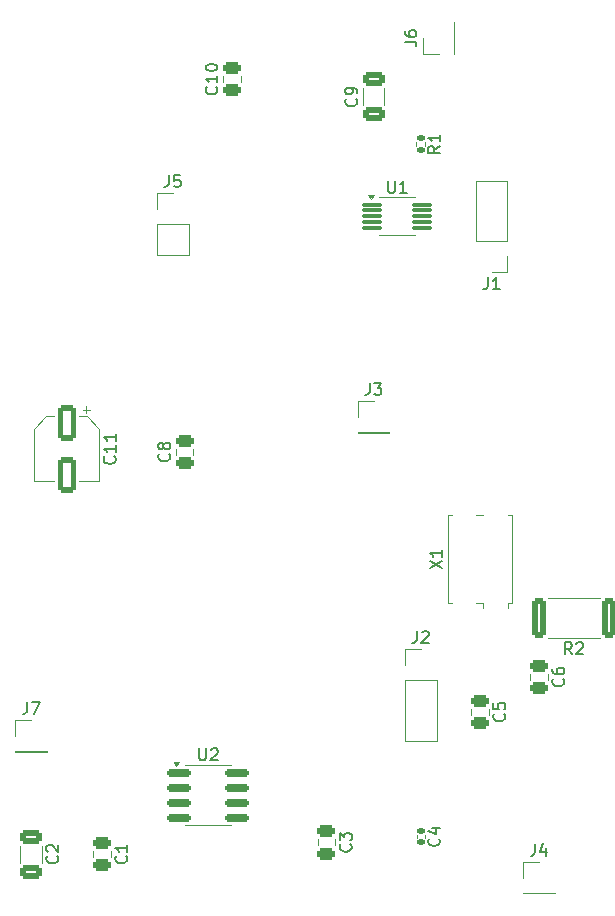
<source format=gbr>
%TF.GenerationSoftware,KiCad,Pcbnew,8.0.4*%
%TF.CreationDate,2024-08-01T01:15:13+02:00*%
%TF.ProjectId,new-signal-gen,6e65772d-7369-4676-9e61-6c2d67656e2e,rev?*%
%TF.SameCoordinates,Original*%
%TF.FileFunction,Legend,Top*%
%TF.FilePolarity,Positive*%
%FSLAX46Y46*%
G04 Gerber Fmt 4.6, Leading zero omitted, Abs format (unit mm)*
G04 Created by KiCad (PCBNEW 8.0.4) date 2024-08-01 01:15:13*
%MOMM*%
%LPD*%
G01*
G04 APERTURE LIST*
G04 Aperture macros list*
%AMRoundRect*
0 Rectangle with rounded corners*
0 $1 Rounding radius*
0 $2 $3 $4 $5 $6 $7 $8 $9 X,Y pos of 4 corners*
0 Add a 4 corners polygon primitive as box body*
4,1,4,$2,$3,$4,$5,$6,$7,$8,$9,$2,$3,0*
0 Add four circle primitives for the rounded corners*
1,1,$1+$1,$2,$3*
1,1,$1+$1,$4,$5*
1,1,$1+$1,$6,$7*
1,1,$1+$1,$8,$9*
0 Add four rect primitives between the rounded corners*
20,1,$1+$1,$2,$3,$4,$5,0*
20,1,$1+$1,$4,$5,$6,$7,0*
20,1,$1+$1,$6,$7,$8,$9,0*
20,1,$1+$1,$8,$9,$2,$3,0*%
G04 Aperture macros list end*
%ADD10C,0.150000*%
%ADD11C,0.120000*%
%ADD12R,1.700000X1.700000*%
%ADD13O,1.700000X1.700000*%
%ADD14RoundRect,0.250000X-0.550000X1.250000X-0.550000X-1.250000X0.550000X-1.250000X0.550000X1.250000X0*%
%ADD15RoundRect,0.250000X-0.475000X0.250000X-0.475000X-0.250000X0.475000X-0.250000X0.475000X0.250000X0*%
%ADD16RoundRect,0.135000X-0.185000X0.135000X-0.185000X-0.135000X0.185000X-0.135000X0.185000X0.135000X0*%
%ADD17RoundRect,0.250000X0.475000X-0.250000X0.475000X0.250000X-0.475000X0.250000X-0.475000X-0.250000X0*%
%ADD18RoundRect,0.250000X0.650000X-0.325000X0.650000X0.325000X-0.650000X0.325000X-0.650000X-0.325000X0*%
%ADD19R,1.700000X2.100000*%
%ADD20RoundRect,0.250000X0.362500X1.425000X-0.362500X1.425000X-0.362500X-1.425000X0.362500X-1.425000X0*%
%ADD21RoundRect,0.150000X-0.825000X-0.150000X0.825000X-0.150000X0.825000X0.150000X-0.825000X0.150000X0*%
%ADD22RoundRect,0.087500X-0.725000X-0.087500X0.725000X-0.087500X0.725000X0.087500X-0.725000X0.087500X0*%
%ADD23RoundRect,0.140000X-0.170000X0.140000X-0.170000X-0.140000X0.170000X-0.140000X0.170000X0.140000X0*%
%ADD24RoundRect,0.250000X-0.650000X0.325000X-0.650000X-0.325000X0.650000X-0.325000X0.650000X0.325000X0*%
G04 APERTURE END LIST*
D10*
X126666666Y-72512319D02*
X126666666Y-73226604D01*
X126666666Y-73226604D02*
X126619047Y-73369461D01*
X126619047Y-73369461D02*
X126523809Y-73464700D01*
X126523809Y-73464700D02*
X126380952Y-73512319D01*
X126380952Y-73512319D02*
X126285714Y-73512319D01*
X127619047Y-72512319D02*
X127142857Y-72512319D01*
X127142857Y-72512319D02*
X127095238Y-72988509D01*
X127095238Y-72988509D02*
X127142857Y-72940890D01*
X127142857Y-72940890D02*
X127238095Y-72893271D01*
X127238095Y-72893271D02*
X127476190Y-72893271D01*
X127476190Y-72893271D02*
X127571428Y-72940890D01*
X127571428Y-72940890D02*
X127619047Y-72988509D01*
X127619047Y-72988509D02*
X127666666Y-73083747D01*
X127666666Y-73083747D02*
X127666666Y-73321842D01*
X127666666Y-73321842D02*
X127619047Y-73417080D01*
X127619047Y-73417080D02*
X127571428Y-73464700D01*
X127571428Y-73464700D02*
X127476190Y-73512319D01*
X127476190Y-73512319D02*
X127238095Y-73512319D01*
X127238095Y-73512319D02*
X127142857Y-73464700D01*
X127142857Y-73464700D02*
X127095238Y-73417080D01*
X122059580Y-96330357D02*
X122107200Y-96377976D01*
X122107200Y-96377976D02*
X122154819Y-96520833D01*
X122154819Y-96520833D02*
X122154819Y-96616071D01*
X122154819Y-96616071D02*
X122107200Y-96758928D01*
X122107200Y-96758928D02*
X122011961Y-96854166D01*
X122011961Y-96854166D02*
X121916723Y-96901785D01*
X121916723Y-96901785D02*
X121726247Y-96949404D01*
X121726247Y-96949404D02*
X121583390Y-96949404D01*
X121583390Y-96949404D02*
X121392914Y-96901785D01*
X121392914Y-96901785D02*
X121297676Y-96854166D01*
X121297676Y-96854166D02*
X121202438Y-96758928D01*
X121202438Y-96758928D02*
X121154819Y-96616071D01*
X121154819Y-96616071D02*
X121154819Y-96520833D01*
X121154819Y-96520833D02*
X121202438Y-96377976D01*
X121202438Y-96377976D02*
X121250057Y-96330357D01*
X122154819Y-95377976D02*
X122154819Y-95949404D01*
X122154819Y-95663690D02*
X121154819Y-95663690D01*
X121154819Y-95663690D02*
X121297676Y-95758928D01*
X121297676Y-95758928D02*
X121392914Y-95854166D01*
X121392914Y-95854166D02*
X121440533Y-95949404D01*
X122154819Y-94425595D02*
X122154819Y-94997023D01*
X122154819Y-94711309D02*
X121154819Y-94711309D01*
X121154819Y-94711309D02*
X121297676Y-94806547D01*
X121297676Y-94806547D02*
X121392914Y-94901785D01*
X121392914Y-94901785D02*
X121440533Y-94997023D01*
X155039580Y-118116666D02*
X155087200Y-118164285D01*
X155087200Y-118164285D02*
X155134819Y-118307142D01*
X155134819Y-118307142D02*
X155134819Y-118402380D01*
X155134819Y-118402380D02*
X155087200Y-118545237D01*
X155087200Y-118545237D02*
X154991961Y-118640475D01*
X154991961Y-118640475D02*
X154896723Y-118688094D01*
X154896723Y-118688094D02*
X154706247Y-118735713D01*
X154706247Y-118735713D02*
X154563390Y-118735713D01*
X154563390Y-118735713D02*
X154372914Y-118688094D01*
X154372914Y-118688094D02*
X154277676Y-118640475D01*
X154277676Y-118640475D02*
X154182438Y-118545237D01*
X154182438Y-118545237D02*
X154134819Y-118402380D01*
X154134819Y-118402380D02*
X154134819Y-118307142D01*
X154134819Y-118307142D02*
X154182438Y-118164285D01*
X154182438Y-118164285D02*
X154230057Y-118116666D01*
X154134819Y-117211904D02*
X154134819Y-117688094D01*
X154134819Y-117688094D02*
X154611009Y-117735713D01*
X154611009Y-117735713D02*
X154563390Y-117688094D01*
X154563390Y-117688094D02*
X154515771Y-117592856D01*
X154515771Y-117592856D02*
X154515771Y-117354761D01*
X154515771Y-117354761D02*
X154563390Y-117259523D01*
X154563390Y-117259523D02*
X154611009Y-117211904D01*
X154611009Y-117211904D02*
X154706247Y-117164285D01*
X154706247Y-117164285D02*
X154944342Y-117164285D01*
X154944342Y-117164285D02*
X155039580Y-117211904D01*
X155039580Y-117211904D02*
X155087200Y-117259523D01*
X155087200Y-117259523D02*
X155134819Y-117354761D01*
X155134819Y-117354761D02*
X155134819Y-117592856D01*
X155134819Y-117592856D02*
X155087200Y-117688094D01*
X155087200Y-117688094D02*
X155039580Y-117735713D01*
X149624819Y-70044166D02*
X149148628Y-70377499D01*
X149624819Y-70615594D02*
X148624819Y-70615594D01*
X148624819Y-70615594D02*
X148624819Y-70234642D01*
X148624819Y-70234642D02*
X148672438Y-70139404D01*
X148672438Y-70139404D02*
X148720057Y-70091785D01*
X148720057Y-70091785D02*
X148815295Y-70044166D01*
X148815295Y-70044166D02*
X148958152Y-70044166D01*
X148958152Y-70044166D02*
X149053390Y-70091785D01*
X149053390Y-70091785D02*
X149101009Y-70139404D01*
X149101009Y-70139404D02*
X149148628Y-70234642D01*
X149148628Y-70234642D02*
X149148628Y-70615594D01*
X149624819Y-69091785D02*
X149624819Y-69663213D01*
X149624819Y-69377499D02*
X148624819Y-69377499D01*
X148624819Y-69377499D02*
X148767676Y-69472737D01*
X148767676Y-69472737D02*
X148862914Y-69567975D01*
X148862914Y-69567975D02*
X148910533Y-69663213D01*
X130679580Y-65030357D02*
X130727200Y-65077976D01*
X130727200Y-65077976D02*
X130774819Y-65220833D01*
X130774819Y-65220833D02*
X130774819Y-65316071D01*
X130774819Y-65316071D02*
X130727200Y-65458928D01*
X130727200Y-65458928D02*
X130631961Y-65554166D01*
X130631961Y-65554166D02*
X130536723Y-65601785D01*
X130536723Y-65601785D02*
X130346247Y-65649404D01*
X130346247Y-65649404D02*
X130203390Y-65649404D01*
X130203390Y-65649404D02*
X130012914Y-65601785D01*
X130012914Y-65601785D02*
X129917676Y-65554166D01*
X129917676Y-65554166D02*
X129822438Y-65458928D01*
X129822438Y-65458928D02*
X129774819Y-65316071D01*
X129774819Y-65316071D02*
X129774819Y-65220833D01*
X129774819Y-65220833D02*
X129822438Y-65077976D01*
X129822438Y-65077976D02*
X129870057Y-65030357D01*
X130774819Y-64077976D02*
X130774819Y-64649404D01*
X130774819Y-64363690D02*
X129774819Y-64363690D01*
X129774819Y-64363690D02*
X129917676Y-64458928D01*
X129917676Y-64458928D02*
X130012914Y-64554166D01*
X130012914Y-64554166D02*
X130060533Y-64649404D01*
X129774819Y-63458928D02*
X129774819Y-63363690D01*
X129774819Y-63363690D02*
X129822438Y-63268452D01*
X129822438Y-63268452D02*
X129870057Y-63220833D01*
X129870057Y-63220833D02*
X129965295Y-63173214D01*
X129965295Y-63173214D02*
X130155771Y-63125595D01*
X130155771Y-63125595D02*
X130393866Y-63125595D01*
X130393866Y-63125595D02*
X130584342Y-63173214D01*
X130584342Y-63173214D02*
X130679580Y-63220833D01*
X130679580Y-63220833D02*
X130727200Y-63268452D01*
X130727200Y-63268452D02*
X130774819Y-63363690D01*
X130774819Y-63363690D02*
X130774819Y-63458928D01*
X130774819Y-63458928D02*
X130727200Y-63554166D01*
X130727200Y-63554166D02*
X130679580Y-63601785D01*
X130679580Y-63601785D02*
X130584342Y-63649404D01*
X130584342Y-63649404D02*
X130393866Y-63697023D01*
X130393866Y-63697023D02*
X130155771Y-63697023D01*
X130155771Y-63697023D02*
X129965295Y-63649404D01*
X129965295Y-63649404D02*
X129870057Y-63601785D01*
X129870057Y-63601785D02*
X129822438Y-63554166D01*
X129822438Y-63554166D02*
X129774819Y-63458928D01*
X142509580Y-66054166D02*
X142557200Y-66101785D01*
X142557200Y-66101785D02*
X142604819Y-66244642D01*
X142604819Y-66244642D02*
X142604819Y-66339880D01*
X142604819Y-66339880D02*
X142557200Y-66482737D01*
X142557200Y-66482737D02*
X142461961Y-66577975D01*
X142461961Y-66577975D02*
X142366723Y-66625594D01*
X142366723Y-66625594D02*
X142176247Y-66673213D01*
X142176247Y-66673213D02*
X142033390Y-66673213D01*
X142033390Y-66673213D02*
X141842914Y-66625594D01*
X141842914Y-66625594D02*
X141747676Y-66577975D01*
X141747676Y-66577975D02*
X141652438Y-66482737D01*
X141652438Y-66482737D02*
X141604819Y-66339880D01*
X141604819Y-66339880D02*
X141604819Y-66244642D01*
X141604819Y-66244642D02*
X141652438Y-66101785D01*
X141652438Y-66101785D02*
X141700057Y-66054166D01*
X142604819Y-65577975D02*
X142604819Y-65387499D01*
X142604819Y-65387499D02*
X142557200Y-65292261D01*
X142557200Y-65292261D02*
X142509580Y-65244642D01*
X142509580Y-65244642D02*
X142366723Y-65149404D01*
X142366723Y-65149404D02*
X142176247Y-65101785D01*
X142176247Y-65101785D02*
X141795295Y-65101785D01*
X141795295Y-65101785D02*
X141700057Y-65149404D01*
X141700057Y-65149404D02*
X141652438Y-65197023D01*
X141652438Y-65197023D02*
X141604819Y-65292261D01*
X141604819Y-65292261D02*
X141604819Y-65482737D01*
X141604819Y-65482737D02*
X141652438Y-65577975D01*
X141652438Y-65577975D02*
X141700057Y-65625594D01*
X141700057Y-65625594D02*
X141795295Y-65673213D01*
X141795295Y-65673213D02*
X142033390Y-65673213D01*
X142033390Y-65673213D02*
X142128628Y-65625594D01*
X142128628Y-65625594D02*
X142176247Y-65577975D01*
X142176247Y-65577975D02*
X142223866Y-65482737D01*
X142223866Y-65482737D02*
X142223866Y-65292261D01*
X142223866Y-65292261D02*
X142176247Y-65197023D01*
X142176247Y-65197023D02*
X142128628Y-65149404D01*
X142128628Y-65149404D02*
X142033390Y-65101785D01*
X148754819Y-105809523D02*
X149754819Y-105142857D01*
X148754819Y-105142857D02*
X149754819Y-105809523D01*
X149754819Y-104238095D02*
X149754819Y-104809523D01*
X149754819Y-104523809D02*
X148754819Y-104523809D01*
X148754819Y-104523809D02*
X148897676Y-104619047D01*
X148897676Y-104619047D02*
X148992914Y-104714285D01*
X148992914Y-104714285D02*
X149040533Y-104809523D01*
X160795833Y-113074819D02*
X160462500Y-112598628D01*
X160224405Y-113074819D02*
X160224405Y-112074819D01*
X160224405Y-112074819D02*
X160605357Y-112074819D01*
X160605357Y-112074819D02*
X160700595Y-112122438D01*
X160700595Y-112122438D02*
X160748214Y-112170057D01*
X160748214Y-112170057D02*
X160795833Y-112265295D01*
X160795833Y-112265295D02*
X160795833Y-112408152D01*
X160795833Y-112408152D02*
X160748214Y-112503390D01*
X160748214Y-112503390D02*
X160700595Y-112551009D01*
X160700595Y-112551009D02*
X160605357Y-112598628D01*
X160605357Y-112598628D02*
X160224405Y-112598628D01*
X161176786Y-112170057D02*
X161224405Y-112122438D01*
X161224405Y-112122438D02*
X161319643Y-112074819D01*
X161319643Y-112074819D02*
X161557738Y-112074819D01*
X161557738Y-112074819D02*
X161652976Y-112122438D01*
X161652976Y-112122438D02*
X161700595Y-112170057D01*
X161700595Y-112170057D02*
X161748214Y-112265295D01*
X161748214Y-112265295D02*
X161748214Y-112360533D01*
X161748214Y-112360533D02*
X161700595Y-112503390D01*
X161700595Y-112503390D02*
X161129167Y-113074819D01*
X161129167Y-113074819D02*
X161748214Y-113074819D01*
X157666666Y-129124819D02*
X157666666Y-129839104D01*
X157666666Y-129839104D02*
X157619047Y-129981961D01*
X157619047Y-129981961D02*
X157523809Y-130077200D01*
X157523809Y-130077200D02*
X157380952Y-130124819D01*
X157380952Y-130124819D02*
X157285714Y-130124819D01*
X158571428Y-129458152D02*
X158571428Y-130124819D01*
X158333333Y-129077200D02*
X158095238Y-129791485D01*
X158095238Y-129791485D02*
X158714285Y-129791485D01*
X146624819Y-61220833D02*
X147339104Y-61220833D01*
X147339104Y-61220833D02*
X147481961Y-61268452D01*
X147481961Y-61268452D02*
X147577200Y-61363690D01*
X147577200Y-61363690D02*
X147624819Y-61506547D01*
X147624819Y-61506547D02*
X147624819Y-61601785D01*
X146624819Y-60316071D02*
X146624819Y-60506547D01*
X146624819Y-60506547D02*
X146672438Y-60601785D01*
X146672438Y-60601785D02*
X146720057Y-60649404D01*
X146720057Y-60649404D02*
X146862914Y-60744642D01*
X146862914Y-60744642D02*
X147053390Y-60792261D01*
X147053390Y-60792261D02*
X147434342Y-60792261D01*
X147434342Y-60792261D02*
X147529580Y-60744642D01*
X147529580Y-60744642D02*
X147577200Y-60697023D01*
X147577200Y-60697023D02*
X147624819Y-60601785D01*
X147624819Y-60601785D02*
X147624819Y-60411309D01*
X147624819Y-60411309D02*
X147577200Y-60316071D01*
X147577200Y-60316071D02*
X147529580Y-60268452D01*
X147529580Y-60268452D02*
X147434342Y-60220833D01*
X147434342Y-60220833D02*
X147196247Y-60220833D01*
X147196247Y-60220833D02*
X147101009Y-60268452D01*
X147101009Y-60268452D02*
X147053390Y-60316071D01*
X147053390Y-60316071D02*
X147005771Y-60411309D01*
X147005771Y-60411309D02*
X147005771Y-60601785D01*
X147005771Y-60601785D02*
X147053390Y-60697023D01*
X147053390Y-60697023D02*
X147101009Y-60744642D01*
X147101009Y-60744642D02*
X147196247Y-60792261D01*
X123039580Y-130166666D02*
X123087200Y-130214285D01*
X123087200Y-130214285D02*
X123134819Y-130357142D01*
X123134819Y-130357142D02*
X123134819Y-130452380D01*
X123134819Y-130452380D02*
X123087200Y-130595237D01*
X123087200Y-130595237D02*
X122991961Y-130690475D01*
X122991961Y-130690475D02*
X122896723Y-130738094D01*
X122896723Y-130738094D02*
X122706247Y-130785713D01*
X122706247Y-130785713D02*
X122563390Y-130785713D01*
X122563390Y-130785713D02*
X122372914Y-130738094D01*
X122372914Y-130738094D02*
X122277676Y-130690475D01*
X122277676Y-130690475D02*
X122182438Y-130595237D01*
X122182438Y-130595237D02*
X122134819Y-130452380D01*
X122134819Y-130452380D02*
X122134819Y-130357142D01*
X122134819Y-130357142D02*
X122182438Y-130214285D01*
X122182438Y-130214285D02*
X122230057Y-130166666D01*
X123134819Y-129214285D02*
X123134819Y-129785713D01*
X123134819Y-129499999D02*
X122134819Y-129499999D01*
X122134819Y-129499999D02*
X122277676Y-129595237D01*
X122277676Y-129595237D02*
X122372914Y-129690475D01*
X122372914Y-129690475D02*
X122420533Y-129785713D01*
X142039580Y-129166666D02*
X142087200Y-129214285D01*
X142087200Y-129214285D02*
X142134819Y-129357142D01*
X142134819Y-129357142D02*
X142134819Y-129452380D01*
X142134819Y-129452380D02*
X142087200Y-129595237D01*
X142087200Y-129595237D02*
X141991961Y-129690475D01*
X141991961Y-129690475D02*
X141896723Y-129738094D01*
X141896723Y-129738094D02*
X141706247Y-129785713D01*
X141706247Y-129785713D02*
X141563390Y-129785713D01*
X141563390Y-129785713D02*
X141372914Y-129738094D01*
X141372914Y-129738094D02*
X141277676Y-129690475D01*
X141277676Y-129690475D02*
X141182438Y-129595237D01*
X141182438Y-129595237D02*
X141134819Y-129452380D01*
X141134819Y-129452380D02*
X141134819Y-129357142D01*
X141134819Y-129357142D02*
X141182438Y-129214285D01*
X141182438Y-129214285D02*
X141230057Y-129166666D01*
X141134819Y-128833332D02*
X141134819Y-128214285D01*
X141134819Y-128214285D02*
X141515771Y-128547618D01*
X141515771Y-128547618D02*
X141515771Y-128404761D01*
X141515771Y-128404761D02*
X141563390Y-128309523D01*
X141563390Y-128309523D02*
X141611009Y-128261904D01*
X141611009Y-128261904D02*
X141706247Y-128214285D01*
X141706247Y-128214285D02*
X141944342Y-128214285D01*
X141944342Y-128214285D02*
X142039580Y-128261904D01*
X142039580Y-128261904D02*
X142087200Y-128309523D01*
X142087200Y-128309523D02*
X142134819Y-128404761D01*
X142134819Y-128404761D02*
X142134819Y-128690475D01*
X142134819Y-128690475D02*
X142087200Y-128785713D01*
X142087200Y-128785713D02*
X142039580Y-128833332D01*
X129238095Y-121054819D02*
X129238095Y-121864342D01*
X129238095Y-121864342D02*
X129285714Y-121959580D01*
X129285714Y-121959580D02*
X129333333Y-122007200D01*
X129333333Y-122007200D02*
X129428571Y-122054819D01*
X129428571Y-122054819D02*
X129619047Y-122054819D01*
X129619047Y-122054819D02*
X129714285Y-122007200D01*
X129714285Y-122007200D02*
X129761904Y-121959580D01*
X129761904Y-121959580D02*
X129809523Y-121864342D01*
X129809523Y-121864342D02*
X129809523Y-121054819D01*
X130238095Y-121150057D02*
X130285714Y-121102438D01*
X130285714Y-121102438D02*
X130380952Y-121054819D01*
X130380952Y-121054819D02*
X130619047Y-121054819D01*
X130619047Y-121054819D02*
X130714285Y-121102438D01*
X130714285Y-121102438D02*
X130761904Y-121150057D01*
X130761904Y-121150057D02*
X130809523Y-121245295D01*
X130809523Y-121245295D02*
X130809523Y-121340533D01*
X130809523Y-121340533D02*
X130761904Y-121483390D01*
X130761904Y-121483390D02*
X130190476Y-122054819D01*
X130190476Y-122054819D02*
X130809523Y-122054819D01*
X153666666Y-81172319D02*
X153666666Y-81886604D01*
X153666666Y-81886604D02*
X153619047Y-82029461D01*
X153619047Y-82029461D02*
X153523809Y-82124700D01*
X153523809Y-82124700D02*
X153380952Y-82172319D01*
X153380952Y-82172319D02*
X153285714Y-82172319D01*
X154666666Y-82172319D02*
X154095238Y-82172319D01*
X154380952Y-82172319D02*
X154380952Y-81172319D01*
X154380952Y-81172319D02*
X154285714Y-81315176D01*
X154285714Y-81315176D02*
X154190476Y-81410414D01*
X154190476Y-81410414D02*
X154095238Y-81458033D01*
X145238095Y-73004819D02*
X145238095Y-73814342D01*
X145238095Y-73814342D02*
X145285714Y-73909580D01*
X145285714Y-73909580D02*
X145333333Y-73957200D01*
X145333333Y-73957200D02*
X145428571Y-74004819D01*
X145428571Y-74004819D02*
X145619047Y-74004819D01*
X145619047Y-74004819D02*
X145714285Y-73957200D01*
X145714285Y-73957200D02*
X145761904Y-73909580D01*
X145761904Y-73909580D02*
X145809523Y-73814342D01*
X145809523Y-73814342D02*
X145809523Y-73004819D01*
X146809523Y-74004819D02*
X146238095Y-74004819D01*
X146523809Y-74004819D02*
X146523809Y-73004819D01*
X146523809Y-73004819D02*
X146428571Y-73147676D01*
X146428571Y-73147676D02*
X146333333Y-73242914D01*
X146333333Y-73242914D02*
X146238095Y-73290533D01*
X147666666Y-111124819D02*
X147666666Y-111839104D01*
X147666666Y-111839104D02*
X147619047Y-111981961D01*
X147619047Y-111981961D02*
X147523809Y-112077200D01*
X147523809Y-112077200D02*
X147380952Y-112124819D01*
X147380952Y-112124819D02*
X147285714Y-112124819D01*
X148095238Y-111220057D02*
X148142857Y-111172438D01*
X148142857Y-111172438D02*
X148238095Y-111124819D01*
X148238095Y-111124819D02*
X148476190Y-111124819D01*
X148476190Y-111124819D02*
X148571428Y-111172438D01*
X148571428Y-111172438D02*
X148619047Y-111220057D01*
X148619047Y-111220057D02*
X148666666Y-111315295D01*
X148666666Y-111315295D02*
X148666666Y-111410533D01*
X148666666Y-111410533D02*
X148619047Y-111553390D01*
X148619047Y-111553390D02*
X148047619Y-112124819D01*
X148047619Y-112124819D02*
X148666666Y-112124819D01*
X149519580Y-128686666D02*
X149567200Y-128734285D01*
X149567200Y-128734285D02*
X149614819Y-128877142D01*
X149614819Y-128877142D02*
X149614819Y-128972380D01*
X149614819Y-128972380D02*
X149567200Y-129115237D01*
X149567200Y-129115237D02*
X149471961Y-129210475D01*
X149471961Y-129210475D02*
X149376723Y-129258094D01*
X149376723Y-129258094D02*
X149186247Y-129305713D01*
X149186247Y-129305713D02*
X149043390Y-129305713D01*
X149043390Y-129305713D02*
X148852914Y-129258094D01*
X148852914Y-129258094D02*
X148757676Y-129210475D01*
X148757676Y-129210475D02*
X148662438Y-129115237D01*
X148662438Y-129115237D02*
X148614819Y-128972380D01*
X148614819Y-128972380D02*
X148614819Y-128877142D01*
X148614819Y-128877142D02*
X148662438Y-128734285D01*
X148662438Y-128734285D02*
X148710057Y-128686666D01*
X148948152Y-127829523D02*
X149614819Y-127829523D01*
X148567200Y-128067618D02*
X149281485Y-128305713D01*
X149281485Y-128305713D02*
X149281485Y-127686666D01*
X117209580Y-130166666D02*
X117257200Y-130214285D01*
X117257200Y-130214285D02*
X117304819Y-130357142D01*
X117304819Y-130357142D02*
X117304819Y-130452380D01*
X117304819Y-130452380D02*
X117257200Y-130595237D01*
X117257200Y-130595237D02*
X117161961Y-130690475D01*
X117161961Y-130690475D02*
X117066723Y-130738094D01*
X117066723Y-130738094D02*
X116876247Y-130785713D01*
X116876247Y-130785713D02*
X116733390Y-130785713D01*
X116733390Y-130785713D02*
X116542914Y-130738094D01*
X116542914Y-130738094D02*
X116447676Y-130690475D01*
X116447676Y-130690475D02*
X116352438Y-130595237D01*
X116352438Y-130595237D02*
X116304819Y-130452380D01*
X116304819Y-130452380D02*
X116304819Y-130357142D01*
X116304819Y-130357142D02*
X116352438Y-130214285D01*
X116352438Y-130214285D02*
X116400057Y-130166666D01*
X116400057Y-129785713D02*
X116352438Y-129738094D01*
X116352438Y-129738094D02*
X116304819Y-129642856D01*
X116304819Y-129642856D02*
X116304819Y-129404761D01*
X116304819Y-129404761D02*
X116352438Y-129309523D01*
X116352438Y-129309523D02*
X116400057Y-129261904D01*
X116400057Y-129261904D02*
X116495295Y-129214285D01*
X116495295Y-129214285D02*
X116590533Y-129214285D01*
X116590533Y-129214285D02*
X116733390Y-129261904D01*
X116733390Y-129261904D02*
X117304819Y-129833332D01*
X117304819Y-129833332D02*
X117304819Y-129214285D01*
X160039580Y-115166666D02*
X160087200Y-115214285D01*
X160087200Y-115214285D02*
X160134819Y-115357142D01*
X160134819Y-115357142D02*
X160134819Y-115452380D01*
X160134819Y-115452380D02*
X160087200Y-115595237D01*
X160087200Y-115595237D02*
X159991961Y-115690475D01*
X159991961Y-115690475D02*
X159896723Y-115738094D01*
X159896723Y-115738094D02*
X159706247Y-115785713D01*
X159706247Y-115785713D02*
X159563390Y-115785713D01*
X159563390Y-115785713D02*
X159372914Y-115738094D01*
X159372914Y-115738094D02*
X159277676Y-115690475D01*
X159277676Y-115690475D02*
X159182438Y-115595237D01*
X159182438Y-115595237D02*
X159134819Y-115452380D01*
X159134819Y-115452380D02*
X159134819Y-115357142D01*
X159134819Y-115357142D02*
X159182438Y-115214285D01*
X159182438Y-115214285D02*
X159230057Y-115166666D01*
X159134819Y-114309523D02*
X159134819Y-114499999D01*
X159134819Y-114499999D02*
X159182438Y-114595237D01*
X159182438Y-114595237D02*
X159230057Y-114642856D01*
X159230057Y-114642856D02*
X159372914Y-114738094D01*
X159372914Y-114738094D02*
X159563390Y-114785713D01*
X159563390Y-114785713D02*
X159944342Y-114785713D01*
X159944342Y-114785713D02*
X160039580Y-114738094D01*
X160039580Y-114738094D02*
X160087200Y-114690475D01*
X160087200Y-114690475D02*
X160134819Y-114595237D01*
X160134819Y-114595237D02*
X160134819Y-114404761D01*
X160134819Y-114404761D02*
X160087200Y-114309523D01*
X160087200Y-114309523D02*
X160039580Y-114261904D01*
X160039580Y-114261904D02*
X159944342Y-114214285D01*
X159944342Y-114214285D02*
X159706247Y-114214285D01*
X159706247Y-114214285D02*
X159611009Y-114261904D01*
X159611009Y-114261904D02*
X159563390Y-114309523D01*
X159563390Y-114309523D02*
X159515771Y-114404761D01*
X159515771Y-114404761D02*
X159515771Y-114595237D01*
X159515771Y-114595237D02*
X159563390Y-114690475D01*
X159563390Y-114690475D02*
X159611009Y-114738094D01*
X159611009Y-114738094D02*
X159706247Y-114785713D01*
X126679580Y-96104166D02*
X126727200Y-96151785D01*
X126727200Y-96151785D02*
X126774819Y-96294642D01*
X126774819Y-96294642D02*
X126774819Y-96389880D01*
X126774819Y-96389880D02*
X126727200Y-96532737D01*
X126727200Y-96532737D02*
X126631961Y-96627975D01*
X126631961Y-96627975D02*
X126536723Y-96675594D01*
X126536723Y-96675594D02*
X126346247Y-96723213D01*
X126346247Y-96723213D02*
X126203390Y-96723213D01*
X126203390Y-96723213D02*
X126012914Y-96675594D01*
X126012914Y-96675594D02*
X125917676Y-96627975D01*
X125917676Y-96627975D02*
X125822438Y-96532737D01*
X125822438Y-96532737D02*
X125774819Y-96389880D01*
X125774819Y-96389880D02*
X125774819Y-96294642D01*
X125774819Y-96294642D02*
X125822438Y-96151785D01*
X125822438Y-96151785D02*
X125870057Y-96104166D01*
X126203390Y-95532737D02*
X126155771Y-95627975D01*
X126155771Y-95627975D02*
X126108152Y-95675594D01*
X126108152Y-95675594D02*
X126012914Y-95723213D01*
X126012914Y-95723213D02*
X125965295Y-95723213D01*
X125965295Y-95723213D02*
X125870057Y-95675594D01*
X125870057Y-95675594D02*
X125822438Y-95627975D01*
X125822438Y-95627975D02*
X125774819Y-95532737D01*
X125774819Y-95532737D02*
X125774819Y-95342261D01*
X125774819Y-95342261D02*
X125822438Y-95247023D01*
X125822438Y-95247023D02*
X125870057Y-95199404D01*
X125870057Y-95199404D02*
X125965295Y-95151785D01*
X125965295Y-95151785D02*
X126012914Y-95151785D01*
X126012914Y-95151785D02*
X126108152Y-95199404D01*
X126108152Y-95199404D02*
X126155771Y-95247023D01*
X126155771Y-95247023D02*
X126203390Y-95342261D01*
X126203390Y-95342261D02*
X126203390Y-95532737D01*
X126203390Y-95532737D02*
X126251009Y-95627975D01*
X126251009Y-95627975D02*
X126298628Y-95675594D01*
X126298628Y-95675594D02*
X126393866Y-95723213D01*
X126393866Y-95723213D02*
X126584342Y-95723213D01*
X126584342Y-95723213D02*
X126679580Y-95675594D01*
X126679580Y-95675594D02*
X126727200Y-95627975D01*
X126727200Y-95627975D02*
X126774819Y-95532737D01*
X126774819Y-95532737D02*
X126774819Y-95342261D01*
X126774819Y-95342261D02*
X126727200Y-95247023D01*
X126727200Y-95247023D02*
X126679580Y-95199404D01*
X126679580Y-95199404D02*
X126584342Y-95151785D01*
X126584342Y-95151785D02*
X126393866Y-95151785D01*
X126393866Y-95151785D02*
X126298628Y-95199404D01*
X126298628Y-95199404D02*
X126251009Y-95247023D01*
X126251009Y-95247023D02*
X126203390Y-95342261D01*
X143666666Y-90124819D02*
X143666666Y-90839104D01*
X143666666Y-90839104D02*
X143619047Y-90981961D01*
X143619047Y-90981961D02*
X143523809Y-91077200D01*
X143523809Y-91077200D02*
X143380952Y-91124819D01*
X143380952Y-91124819D02*
X143285714Y-91124819D01*
X144047619Y-90124819D02*
X144666666Y-90124819D01*
X144666666Y-90124819D02*
X144333333Y-90505771D01*
X144333333Y-90505771D02*
X144476190Y-90505771D01*
X144476190Y-90505771D02*
X144571428Y-90553390D01*
X144571428Y-90553390D02*
X144619047Y-90601009D01*
X144619047Y-90601009D02*
X144666666Y-90696247D01*
X144666666Y-90696247D02*
X144666666Y-90934342D01*
X144666666Y-90934342D02*
X144619047Y-91029580D01*
X144619047Y-91029580D02*
X144571428Y-91077200D01*
X144571428Y-91077200D02*
X144476190Y-91124819D01*
X144476190Y-91124819D02*
X144190476Y-91124819D01*
X144190476Y-91124819D02*
X144095238Y-91077200D01*
X144095238Y-91077200D02*
X144047619Y-91029580D01*
X114666666Y-117124819D02*
X114666666Y-117839104D01*
X114666666Y-117839104D02*
X114619047Y-117981961D01*
X114619047Y-117981961D02*
X114523809Y-118077200D01*
X114523809Y-118077200D02*
X114380952Y-118124819D01*
X114380952Y-118124819D02*
X114285714Y-118124819D01*
X115047619Y-117124819D02*
X115714285Y-117124819D01*
X115714285Y-117124819D02*
X115285714Y-118124819D01*
D11*
%TO.C,J5*%
X125670000Y-74057500D02*
X127000000Y-74057500D01*
X125670000Y-75387500D02*
X125670000Y-74057500D01*
X125670000Y-76657500D02*
X125670000Y-79257500D01*
X125670000Y-76657500D02*
X128330000Y-76657500D01*
X125670000Y-79257500D02*
X128330000Y-79257500D01*
X128330000Y-76657500D02*
X128330000Y-79257500D01*
%TO.C,C11*%
X115240000Y-93991937D02*
X115240000Y-98447500D01*
X115240000Y-98447500D02*
X116940000Y-98447500D01*
X116304437Y-92927500D02*
X115240000Y-93991937D01*
X116304437Y-92927500D02*
X116940000Y-92927500D01*
X119685000Y-92062500D02*
X119685000Y-92687500D01*
X119695563Y-92927500D02*
X119060000Y-92927500D01*
X119695563Y-92927500D02*
X120760000Y-93991937D01*
X119997500Y-92375000D02*
X119372500Y-92375000D01*
X120760000Y-93991937D02*
X120760000Y-98447500D01*
X120760000Y-98447500D02*
X119060000Y-98447500D01*
%TO.C,C5*%
X152265000Y-117688748D02*
X152265000Y-118211252D01*
X153735000Y-117688748D02*
X153735000Y-118211252D01*
%TO.C,R1*%
X147620000Y-69723859D02*
X147620000Y-70031141D01*
X148380000Y-69723859D02*
X148380000Y-70031141D01*
%TO.C,C10*%
X131265000Y-64648752D02*
X131265000Y-64126248D01*
X132735000Y-64648752D02*
X132735000Y-64126248D01*
%TO.C,C9*%
X143090000Y-66598752D02*
X143090000Y-65176248D01*
X144910000Y-66598752D02*
X144910000Y-65176248D01*
%TO.C,X1*%
X150300000Y-101300000D02*
X150600000Y-101300000D01*
X150300000Y-108700000D02*
X150300000Y-101300000D01*
X150600000Y-108700000D02*
X150300000Y-108700000D01*
X152700000Y-101300000D02*
X153300000Y-101300000D01*
X153300000Y-108700000D02*
X152700000Y-108700000D01*
X153300000Y-109200000D02*
X153300000Y-108700000D01*
X155400000Y-108700000D02*
X155700000Y-108700000D01*
X155400000Y-109200000D02*
X155400000Y-108700000D01*
X155700000Y-101300000D02*
X155400000Y-101300000D01*
X155700000Y-108700000D02*
X155700000Y-101300000D01*
%TO.C,R2*%
X163139564Y-108290000D02*
X158785436Y-108290000D01*
X163139564Y-111710000D02*
X158785436Y-111710000D01*
%TO.C,J4*%
X156670000Y-130670000D02*
X158000000Y-130670000D01*
X156670000Y-132000000D02*
X156670000Y-130670000D01*
X156670000Y-133270000D02*
X156670000Y-133330000D01*
X156670000Y-133270000D02*
X159330000Y-133270000D01*
X156670000Y-133330000D02*
X159330000Y-133330000D01*
X159330000Y-133270000D02*
X159330000Y-133330000D01*
%TO.C,J6*%
X148170000Y-62217500D02*
X148170000Y-60887500D01*
X149500000Y-62217500D02*
X148170000Y-62217500D01*
X150770000Y-59557500D02*
X150830000Y-59557500D01*
X150770000Y-62217500D02*
X150770000Y-59557500D01*
X150770000Y-62217500D02*
X150830000Y-62217500D01*
X150830000Y-62217500D02*
X150830000Y-59557500D01*
%TO.C,C1*%
X120265000Y-129738748D02*
X120265000Y-130261252D01*
X121735000Y-129738748D02*
X121735000Y-130261252D01*
%TO.C,C3*%
X139265000Y-128738748D02*
X139265000Y-129261252D01*
X140735000Y-128738748D02*
X140735000Y-129261252D01*
%TO.C,U2*%
X130000000Y-122440000D02*
X128050000Y-122440000D01*
X130000000Y-122440000D02*
X131950000Y-122440000D01*
X130000000Y-127560000D02*
X128050000Y-127560000D01*
X130000000Y-127560000D02*
X131950000Y-127560000D01*
X127300000Y-122535000D02*
X127060000Y-122205000D01*
X127540000Y-122205000D01*
X127300000Y-122535000D01*
G36*
X127300000Y-122535000D02*
G01*
X127060000Y-122205000D01*
X127540000Y-122205000D01*
X127300000Y-122535000D01*
G37*
%TO.C,J1*%
X152670000Y-78117500D02*
X152670000Y-72977500D01*
X155330000Y-72977500D02*
X152670000Y-72977500D01*
X155330000Y-78117500D02*
X152670000Y-78117500D01*
X155330000Y-78117500D02*
X155330000Y-72977500D01*
X155330000Y-79387500D02*
X155330000Y-80717500D01*
X155330000Y-80717500D02*
X154000000Y-80717500D01*
%TO.C,U1*%
X146000000Y-74390000D02*
X144500000Y-74390000D01*
X146000000Y-74390000D02*
X147500000Y-74390000D01*
X146000000Y-77610000D02*
X144500000Y-77610000D01*
X146000000Y-77610000D02*
X147500000Y-77610000D01*
X143787500Y-74565000D02*
X143547500Y-74235000D01*
X144027500Y-74235000D01*
X143787500Y-74565000D01*
G36*
X143787500Y-74565000D02*
G01*
X143547500Y-74235000D01*
X144027500Y-74235000D01*
X143787500Y-74565000D01*
G37*
%TO.C,J2*%
X146670000Y-112670000D02*
X148000000Y-112670000D01*
X146670000Y-114000000D02*
X146670000Y-112670000D01*
X146670000Y-115270000D02*
X146670000Y-120410000D01*
X146670000Y-115270000D02*
X149330000Y-115270000D01*
X146670000Y-120410000D02*
X149330000Y-120410000D01*
X149330000Y-115270000D02*
X149330000Y-120410000D01*
%TO.C,C4*%
X147640000Y-128412164D02*
X147640000Y-128627836D01*
X148360000Y-128412164D02*
X148360000Y-128627836D01*
%TO.C,C2*%
X114090000Y-129288748D02*
X114090000Y-130711252D01*
X115910000Y-129288748D02*
X115910000Y-130711252D01*
%TO.C,C6*%
X157265000Y-114738748D02*
X157265000Y-115261252D01*
X158735000Y-114738748D02*
X158735000Y-115261252D01*
%TO.C,C8*%
X127265000Y-96198752D02*
X127265000Y-95676248D01*
X128735000Y-96198752D02*
X128735000Y-95676248D01*
%TO.C,J3*%
X142670000Y-91670000D02*
X144000000Y-91670000D01*
X142670000Y-93000000D02*
X142670000Y-91670000D01*
X142670000Y-94270000D02*
X142670000Y-94330000D01*
X142670000Y-94270000D02*
X145330000Y-94270000D01*
X142670000Y-94330000D02*
X145330000Y-94330000D01*
X145330000Y-94270000D02*
X145330000Y-94330000D01*
%TO.C,J7*%
X113670000Y-118670000D02*
X115000000Y-118670000D01*
X113670000Y-120000000D02*
X113670000Y-118670000D01*
X113670000Y-121270000D02*
X113670000Y-121330000D01*
X113670000Y-121270000D02*
X116330000Y-121270000D01*
X113670000Y-121330000D02*
X116330000Y-121330000D01*
X116330000Y-121270000D02*
X116330000Y-121330000D01*
%TD*%
%LPC*%
D12*
%TO.C,J5*%
X127000000Y-75387500D03*
D13*
X127000000Y-77927500D03*
%TD*%
D14*
%TO.C,C11*%
X118000000Y-93487500D03*
X118000000Y-97887500D03*
%TD*%
D15*
%TO.C,C5*%
X153000000Y-117000000D03*
X153000000Y-118900000D03*
%TD*%
D16*
%TO.C,R1*%
X148000000Y-69367500D03*
X148000000Y-70387500D03*
%TD*%
D17*
%TO.C,C10*%
X132000000Y-65337500D03*
X132000000Y-63437500D03*
%TD*%
D18*
%TO.C,C9*%
X144000000Y-67362500D03*
X144000000Y-64412500D03*
%TD*%
D19*
%TO.C,X1*%
X154350000Y-107950000D03*
X154350000Y-102050000D03*
X151650000Y-102050000D03*
X151650000Y-107950000D03*
%TD*%
D20*
%TO.C,R2*%
X163925000Y-110000000D03*
X158000000Y-110000000D03*
%TD*%
D12*
%TO.C,J4*%
X158000000Y-132000000D03*
%TD*%
%TO.C,J6*%
X149500000Y-60887500D03*
%TD*%
D15*
%TO.C,C1*%
X121000000Y-129050000D03*
X121000000Y-130950000D03*
%TD*%
%TO.C,C3*%
X140000000Y-128050000D03*
X140000000Y-129950000D03*
%TD*%
D21*
%TO.C,U2*%
X127525000Y-123095000D03*
X127525000Y-124365000D03*
X127525000Y-125635000D03*
X127525000Y-126905000D03*
X132475000Y-126905000D03*
X132475000Y-125635000D03*
X132475000Y-124365000D03*
X132475000Y-123095000D03*
%TD*%
D12*
%TO.C,J1*%
X154000000Y-79387500D03*
D13*
X154000000Y-76847500D03*
X154000000Y-74307500D03*
%TD*%
D22*
%TO.C,U1*%
X143887500Y-75000000D03*
X143887500Y-75500000D03*
X143887500Y-76000000D03*
X143887500Y-76500000D03*
X143887500Y-77000000D03*
X148112500Y-77000000D03*
X148112500Y-76500000D03*
X148112500Y-76000000D03*
X148112500Y-75500000D03*
X148112500Y-75000000D03*
%TD*%
D12*
%TO.C,J2*%
X148000000Y-114000000D03*
D13*
X148000000Y-116540000D03*
X148000000Y-119080000D03*
%TD*%
D23*
%TO.C,C4*%
X148000000Y-128040000D03*
X148000000Y-129000000D03*
%TD*%
D24*
%TO.C,C2*%
X115000000Y-128525000D03*
X115000000Y-131475000D03*
%TD*%
D15*
%TO.C,C6*%
X158000000Y-114050000D03*
X158000000Y-115950000D03*
%TD*%
D17*
%TO.C,C8*%
X128000000Y-96887500D03*
X128000000Y-94987500D03*
%TD*%
D12*
%TO.C,J3*%
X144000000Y-93000000D03*
%TD*%
%TO.C,J7*%
X115000000Y-120000000D03*
%TD*%
%LPD*%
M02*

</source>
